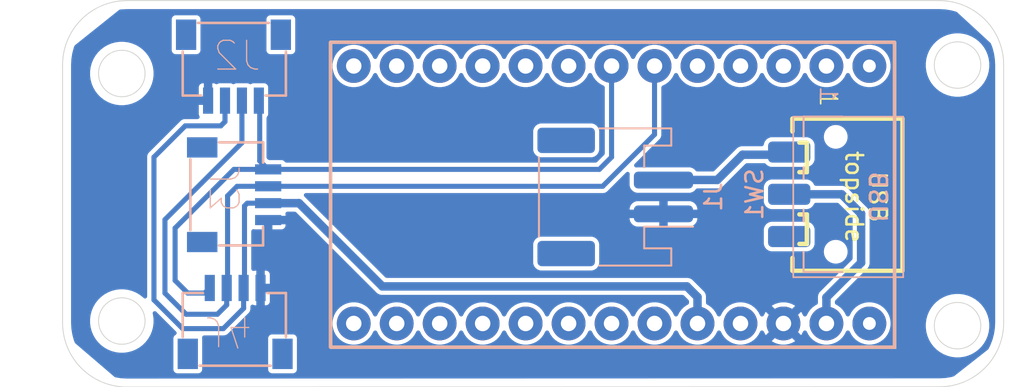
<source format=kicad_pcb>
(kicad_pcb (version 20241229) (generator "pcbnew") (generator_version "9.0")
  (layers (0 "F.Cu" signal) (2 "B.Cu" signal) (13 "F.Paste" user) (15 "B.Paste" user) (5 "F.SilkS" user "F.Silkscreen") (7 "B.SilkS" user "B.Silkscreen") (1 "F.Mask" user) (3 "B.Mask" user) (25 "Edge.Cuts" user))
  (net 0 "")
  (net 1 "/RAW")
  (net 2 "GND")
  (net 3 "/SCL")
  (net 4 "/SDA")
  (net 5 "VCC")
  (net 27 "/rawswitch")
  (footprint "Library:SuperMini NRF52840" (layer "F.Cu") (at 204.989159 79.0554 -90)
    (property "Reference" "U1" (hide yes))
    (property "Value" "Nice! Nano (ProMicro)" (hide yes))
    (fp_line (start 3.11554 4.54755) (end 3.82448 4.54755) (stroke (width 0.254)) (layer "F.SilkS"))
    (fp_line (start 3.11554 4.54755) (end 3.82448 4.54755) (stroke (width 0.254)) (layer "F.SilkS"))
    (fp_line (start 3.82448 4.54755) (end 3.87894 4.54755) (stroke (width 0.254)) (layer "F.SilkS"))
    (fp_line (start 3.82448 4.54755) (end 3.87894 4.54755) (stroke (width 0.254)) (layer "F.SilkS"))
    (fp_line (start 11.36119 4.54755) (end 12.11999 4.54755) (stroke (width 0.254)) (layer "F.SilkS"))
    (fp_line (start 11.36119 4.54755) (end 12.11999 4.54755) (stroke (width 0.254)) (layer "F.SilkS"))
    (fp_line (start 4.53558 3.69469) (end 4.53558 4.13642) (stroke (width 0.254)) (layer "F.SilkS"))
    (fp_line (start 4.53558 3.69469) (end 4.53558 4.13642) (stroke (width 0.254)) (layer "F.SilkS"))
    (fp_line (start 4.53558 3.69469) (end 6.28559 3.69469) (stroke (width 0.254)) (layer "F.SilkS"))
    (fp_line (start 4.53558 3.69469) (end 6.28559 3.69469) (stroke (width 0.254)) (layer "F.SilkS"))
    (fp_line (start 6.28559 3.69469) (end 6.28559 4.13642) (stroke (width 0.254)) (layer "F.SilkS"))
    (fp_line (start 6.28559 3.69469) (end 6.28559 4.13642) (stroke (width 0.254)) (layer "F.SilkS"))
    (fp_line (start 8.78248 3.69256) (end 8.78248 4.13642) (stroke (width 0.254)) (layer "F.SilkS"))
    (fp_line (start 8.78248 3.69256) (end 8.78248 4.13642) (stroke (width 0.254)) (layer "F.SilkS"))
    (fp_line (start 8.78248 3.69256) (end 10.53249 3.69256) (stroke (width 0.254)) (layer "F.SilkS"))
    (fp_line (start 8.78248 3.69256) (end 10.53249 3.69256) (stroke (width 0.254)) (layer "F.SilkS"))
    (fp_line (start 10.53249 3.69256) (end 10.53249 4.1349) (stroke (width 0.254)) (layer "F.SilkS"))
    (fp_line (start 10.53249 3.69256) (end 10.53249 4.1349) (stroke (width 0.254)) (layer "F.SilkS"))
    (fp_line (start 3.12001 -1.95244) (end 3.12001 4.54755) (stroke (width 0.254)) (layer "F.SilkS"))
    (fp_line (start 3.12001 -1.95244) (end 3.12001 4.54755) (stroke (width 0.254)) (layer "F.SilkS"))
    (fp_line (start 3.12001 -1.95244) (end 3.17 -1.95244) (stroke (width 0.254)) (layer "F.SilkS"))
    (fp_line (start 3.12001 -1.95244) (end 3.17 -1.95244) (stroke (width 0.254)) (layer "F.SilkS"))
    (fp_line (start 3.17 -1.95244) (end 12.11999 -1.95244) (stroke (width 0.254)) (layer "F.SilkS"))
    (fp_line (start 12.11999 -1.95244) (end 12.11999 4.54755) (stroke (width 0.254)) (layer "F.SilkS"))
    (fp_rect (start 16.64246 -1.488391) (end -1.402441 31.84999) (stroke (width 0.2)) (fill no) (layer "F.SilkS"))
    (fp_line (start 3 4.5) (end 3 -2) (stroke (width 0.1)) (layer "B.SilkS"))
    (fp_line (start 12.5 4.5) (end 3 4.5) (stroke (width 0.1)) (layer "B.SilkS"))
    (fp_line (start 3 -2) (end 12.5 -2) (stroke (width 0.1)) (layer "B.SilkS"))
    (fp_line (start 12.5 -2) (end 12.5 4.5) (stroke (width 0.1)) (layer "B.SilkS"))
    (fp_rect (start 16.64246 -1.488391) (end -1.402441 31.84999) (stroke (width 0.2)) (fill no) (layer "B.SilkS"))
    (fp_text user "topside" (at 7.75246 1.491609 270) (layer "F.SilkS") (effects (justify bottom)))
    (fp_text user "USB" (at 7.75246 0.091609 270) (layer "F.SilkS") (effects (justify bottom)))
    (fp_text user "1" (at 1.406799 3.007018 270) (layer "F.SilkS") (effects (font (thickness 0.1)) (justify left bottom)))
    (fp_text user "USB" (at 7.75246 0.091609 270) (layer "B.SilkS") (effects (justify bottom mirror)))
    (fp_text user "1" (at 2.1946 3.005995 270) (layer "B.SilkS") (effects (font (thickness 0.1)) (justify left bottom mirror)))
    (pad "1" thru_hole circle (at 0 2.54) (size 2 2) (drill 0.9144) (layers "*.Cu" "*.Mask"))
    (pad "2" thru_hole circle (at 0 5.08) (size 2 2) (drill 0.9144) (layers "*.Cu" "*.Mask"))
    (pad "3" thru_hole circle (at 0 7.62) (size 2 2) (drill 0.9144) (layers "*.Cu" "*.Mask"))
    (pad "4" thru_hole circle (at 0 10.16) (size 2 2) (drill 0.9144) (layers "*.Cu" "*.Mask"))
    (pad "5" thru_hole circle (at 0 12.7) (size 2 2) (drill 0.9144) (layers "*.Cu" "*.Mask") (net 4 "/SDA"))
    (pad "6" thru_hole circle (at 0 15.24) (size 2 2) (drill 0.9144) (layers "*.Cu" "*.Mask") (net 3 "/SCL"))
    (pad "7" thru_hole circle (at 0 17.78) (size 2 2) (drill 0.9144) (layers "*.Cu" "*.Mask"))
    (pad "8" thru_hole circle (at 0 20.32) (size 2 2) (drill 0.9144) (layers "*.Cu" "*.Mask"))
    (pad "9" thru_hole circle (at 0 22.86) (size 2 2) (drill 0.9144) (layers "*.Cu" "*.Mask"))
    (pad "10" thru_hole circle (at 0 25.4) (size 2 2) (drill 0.9144) (layers "*.Cu" "*.Mask"))
    (pad "11" thru_hole circle (at 0 27.94) (size 2 2) (drill 0.9144) (layers "*.Cu" "*.Mask"))
    (pad "12" thru_hole circle (at 0 30.48) (size 2 2) (drill 0.914) (layers "*.Cu" "*.Mask"))
    (pad "13" thru_hole circle (at 15.24001 30.47999 180) (size 2 2) (drill 0.9144) (layers "*.Cu" "*.Mask"))
    (pad "14" thru_hole circle (at 15.24001 27.93999 180) (size 2 2) (drill 0.9144) (layers "*.Cu" "*.Mask"))
    (pad "15" thru_hole circle (at 15.24001 25.39999 180) (size 2 2) (drill 0.9144) (layers "*.Cu" "*.Mask"))
    (pad "16" thru_hole circle (at 15.24001 22.85999 180) (size 2 2) (drill 0.9144) (layers "*.Cu" "*.Mask"))
    (pad "17" thru_hole circle (at 15.24001 20.31999 180) (size 2 2) (drill 0.9144) (layers "*.Cu" "*.Mask"))
    (pad "18" thru_hole circle (at 15.24001 17.77999 180) (size 2 2) (drill 0.9144) (layers "*.Cu" "*.Mask"))
    (pad "19" thru_hole circle (at 15.24001 15.23999 180) (size 2 2) (drill 0.9144) (layers "*.Cu" "*.Mask"))
    (pad "20" thru_hole circle (at 15.24001 12.69999 180) (size 2 2) (drill 0.9144) (layers "*.Cu" "*.Mask"))
    (pad "21" thru_hole circle (at 15.24001 10.15999 180) (size 2 2) (drill 0.9144) (layers "*.Cu" "*.Mask") (net 5 "VCC"))
    (pad "22" thru_hole circle (at 15.24001 7.61999 180) (size 2 2) (drill 0.9144) (layers "*.Cu" "*.Mask"))
    (pad "23" thru_hole circle (at 15.24001 5.07999 180) (size 2 2) (drill 0.9144) (layers "*.Cu" "*.Mask") (net 2 "GND"))
    (pad "24" thru_hole circle (at 15.24001 2.53999 180) (size 2 2) (drill 0.9144) (layers "*.Cu" "*.Mask") (net 1 "/RAW"))
    (pad "33" thru_hole circle (at 0 0) (size 2 2) (drill 0.762) (layers "*.Cu" "*.Mask"))
    (pad "34" thru_hole circle (at 15.24001 -0.00001 180) (size 2 2) (drill 0.762) (layers "*.Cu" "*.Mask"))
  )
  (footprint "footprints:JST_SH4" (layer "B.Cu") (at 167.4 79.1)
    (property "Reference" "J2" (at -1.3 -1.644 0) (layer "B.SilkS") (effects (font (size 1.703222 1.703222) (thickness 0.074778)) (justify right top mirror)))
    (property "Value" "Conn_01x04_Socket" (hide yes))
    (fp_line (start -3 -0.894) (end -3 1.706) (stroke (width 0.1524)) (layer "B.SilkS"))
    (fp_line (start -3 1.706) (end -1.9 1.706) (stroke (width 0.1524)) (layer "B.SilkS"))
    (fp_line (start -2.1 -2.594) (end 2.1 -2.594) (stroke (width 0.1524)) (layer "B.SilkS"))
    (fp_line (start 1.9 1.706) (end 3.1 1.706) (stroke (width 0.1524)) (layer "B.SilkS"))
    (fp_line (start 3.1 1.706) (end 3.1 -0.894) (stroke (width 0.1524)) (layer "B.SilkS"))
    (pad "1" smd rect (at -1.5 2.006 270) (size 1.55 0.6) (layers "B.Cu" "B.Mask" "B.Paste") (net 2 "GND"))
    (pad "2" smd rect (at -0.5 2.006 270) (size 1.55 0.6) (layers "B.Cu" "B.Mask" "B.Paste") (net 5 "VCC"))
    (pad "3" smd rect (at 0.5 2.006 270) (size 1.55 0.6) (layers "B.Cu" "B.Mask" "B.Paste") (net 4 "/SDA"))
    (pad "4" smd rect (at 1.5 2.006 270) (size 1.55 0.6) (layers "B.Cu" "B.Mask" "B.Paste") (net 3 "/SCL"))
    (pad "MT1" smd rect (at -2.8 -1.894 270) (size 1.8 1.2) (layers "B.Cu" "B.Mask" "B.Paste"))
    (pad "MT2" smd rect (at 2.8 -1.894 270) (size 1.8 1.2) (layers "B.Cu" "B.Mask" "B.Paste"))
  )
  (footprint "Button_Switch_SMD:SW_SPDT_CK_JS102011SAQN" (layer "B.Cu") (at 203 86.65 -90)
    (property "Reference" "SW1" (at 0 4.8 90) (layer "B.SilkS") (effects (justify mirror)))
    (property "Value" "SW_SPST" (hide yes))
    (fp_line (start -4.6 1.9) (end -3.4 1.9) (stroke (width 0.12)) (layer "B.SilkS"))
    (fp_line (start -0.9 1.9) (end -1.6 1.9) (stroke (width 0.12)) (layer "B.SilkS"))
    (fp_line (start 1.6 1.9) (end 0.9 1.9) (stroke (width 0.12)) (layer "B.SilkS"))
    (fp_line (start 3.4 1.9) (end 4.6 1.9) (stroke (width 0.12)) (layer "B.SilkS"))
    (fp_line (start 4.6 1.9) (end 4.6 -0.4) (stroke (width 0.12)) (layer "B.SilkS"))
    (fp_line (start -4.6 -0.4) (end -4.6 1.9) (stroke (width 0.12)) (layer "B.SilkS"))
    (pad "" np_thru_hole circle (at -3.4 0 270) (size 0.9 0.9) (drill 0.9) (layers "*.Cu" "*.Mask"))
    (pad "" np_thru_hole circle (at 3.4 0 270) (size 0.9 0.9) (drill 0.9) (layers "*.Cu" "*.Mask"))
    (pad "1" smd roundrect (at -2.5 2.75 270) (size 1.25 2.5) (layers "B.Cu" "B.Mask" "B.Paste") (roundrect_rratio 0.2) (net 27 "/rawswitch"))
    (pad "2" smd roundrect (at 0 2.75 270) (size 1.25 2.5) (layers "B.Cu" "B.Mask" "B.Paste") (roundrect_rratio 0.2) (net 1 "/RAW"))
    (pad "3" smd roundrect (at 2.5 2.75 270) (size 1.25 2.5) (layers "B.Cu" "B.Mask" "B.Paste") (roundrect_rratio 0.2))
  )
  (footprint "footprints:JST_SH4" (layer "B.Cu") (at 167.445692 86.67541 90)
    (property "Reference" "J3" (at -1.15 -1.494 90) (layer "B.SilkS") (effects (font (size 1.703222 1.703222) (thickness 0.074778)) (justify right top mirror)))
    (property "Value" "Conn_01x04_Socket" (hide yes))
    (fp_line (start -2.1 -2.594) (end 2.1 -2.594) (stroke (width 0.1524)) (layer "B.SilkS"))
    (fp_line (start -3 -0.894) (end -3 1.706) (stroke (width 0.1524)) (layer "B.SilkS"))
    (fp_line (start 3.1 1.706) (end 3.1 -0.894) (stroke (width 0.1524)) (layer "B.SilkS"))
    (fp_line (start 1.9 1.706) (end 3.1 1.706) (stroke (width 0.1524)) (layer "B.SilkS"))
    (fp_line (start -3 1.706) (end -1.9 1.706) (stroke (width 0.1524)) (layer "B.SilkS"))
    (pad "1" smd rect (at -1.5 2.006) (size 1.55 0.6) (layers "B.Cu" "B.Mask" "B.Paste") (net 2 "GND"))
    (pad "2" smd rect (at -0.5 2.006) (size 1.55 0.6) (layers "B.Cu" "B.Mask" "B.Paste") (net 5 "VCC"))
    (pad "3" smd rect (at 0.5 2.006) (size 1.55 0.6) (layers "B.Cu" "B.Mask" "B.Paste") (net 4 "/SDA"))
    (pad "4" smd rect (at 1.5 2.006) (size 1.55 0.6) (layers "B.Cu" "B.Mask" "B.Paste") (net 3 "/SCL"))
    (pad "MT1" smd rect (at -2.8 -1.894) (size 1.8 1.2) (layers "B.Cu" "B.Mask" "B.Paste"))
    (pad "MT2" smd rect (at 2.8 -1.894) (size 1.8 1.2) (layers "B.Cu" "B.Mask" "B.Paste"))
  )
  (footprint "footprints:JST_SH4" (layer "B.Cu") (at 167.5 94.2 180)
    (property "Reference" "J4" (at -1.1 -1.544 180) (layer "B.SilkS") (effects (font (size 1.703222 1.703222) (thickness 0.074778)) (justify right top mirror)))
    (property "Value" "Conn_01x04_Socket" (hide yes))
    (fp_line (start 3.1 1.706) (end 3.1 -0.894) (stroke (width 0.1524)) (layer "B.SilkS"))
    (fp_line (start 1.9 1.706) (end 3.1 1.706) (stroke (width 0.1524)) (layer "B.SilkS"))
    (fp_line (start -2.1 -2.594) (end 2.1 -2.594) (stroke (width 0.1524)) (layer "B.SilkS"))
    (fp_line (start -3 1.706) (end -1.9 1.706) (stroke (width 0.1524)) (layer "B.SilkS"))
    (fp_line (start -3 -0.894) (end -3 1.706) (stroke (width 0.1524)) (layer "B.SilkS"))
    (pad "1" smd rect (at -1.5 2.006 90) (size 1.55 0.6) (layers "B.Cu" "B.Mask" "B.Paste") (net 2 "GND"))
    (pad "2" smd rect (at -0.5 2.006 90) (size 1.55 0.6) (layers "B.Cu" "B.Mask" "B.Paste") (net 5 "VCC"))
    (pad "3" smd rect (at 0.5 2.006 90) (size 1.55 0.6) (layers "B.Cu" "B.Mask" "B.Paste") (net 4 "/SDA"))
    (pad "4" smd rect (at 1.5 2.006 90) (size 1.55 0.6) (layers "B.Cu" "B.Mask" "B.Paste") (net 3 "/SCL"))
    (pad "MT1" smd rect (at -2.8 -1.894 90) (size 1.8 1.2) (layers "B.Cu" "B.Mask" "B.Paste"))
    (pad "MT2" smd rect (at 2.8 -1.894 90) (size 1.8 1.2) (layers "B.Cu" "B.Mask" "B.Paste"))
  )
  (footprint "Connector_JST:JST_PH_S2B-PH-SM4-TB_1x02-1MP_P2.00mm_Horizontal" (layer "B.Cu") (at 189.96755 86.80786 90)
    (property "Reference" "J1" (at 0 5.8 90) (layer "B.SilkS") (effects (justify mirror)))
    (property "Value" "Conn_01x02_Socket" (hide yes))
    (fp_line (start -2.34 -4.51) (end 2.34 -4.51) (stroke (width 0.12)) (layer "B.SilkS"))
    (fp_line (start 4.06 -0.94) (end 4.06 3.31) (stroke (width 0.12)) (layer "B.SilkS"))
    (fp_line (start -4.06 -0.94) (end -4.06 3.31) (stroke (width 0.12)) (layer "B.SilkS"))
    (fp_line (start 3.04 1.71) (end 1.76 1.71) (stroke (width 0.12)) (layer "B.SilkS"))
    (fp_line (start -1.76 1.71) (end -1.76 4.6) (stroke (width 0.12)) (layer "B.SilkS"))
    (fp_line (start -3.04 1.71) (end -1.76 1.71) (stroke (width 0.12)) (layer "B.SilkS"))
    (fp_line (start 4.06 3.31) (end 3.04 3.31) (stroke (width 0.12)) (layer "B.SilkS"))
    (fp_line (start 3.04 3.31) (end 3.04 1.71) (stroke (width 0.12)) (layer "B.SilkS"))
    (fp_line (start -3.04 3.31) (end -3.04 1.71) (stroke (width 0.12)) (layer "B.SilkS"))
    (fp_line (start -4.06 3.31) (end -3.04 3.31) (stroke (width 0.12)) (layer "B.SilkS"))
    (pad "1" smd roundrect (at -1 2.85 90) (size 1 3.5) (layers "B.Cu" "B.Mask" "B.Paste") (net 2 "GND"))
    (pad "2" smd roundrect (at 1 2.85 90) (size 1 3.5) (layers "B.Cu" "B.Mask" "B.Paste") (net 27 "/rawswitch"))
    (pad "MP" smd roundrect (at -3.35 -2.9 90) (size 1.5 3.4) (layers "B.Cu" "B.Mask" "B.Paste") (roundrect_rratio 0.166667))
    (pad "MP" smd roundrect (at 3.35 -2.9 90) (size 1.5 3.4) (layers "B.Cu" "B.Mask" "B.Paste") (roundrect_rratio 0.166667))
  )
  (gr_circle (center 210.2 79) (end 210.2 77.625) (stroke (width 0.05)) (fill no) (layer "Edge.Cuts"))
  (gr_line (start 209.125988 98.043487) (end 161.1 98.056497) (stroke (width 0.05)) (layer "Edge.Cuts"))
  (gr_circle (center 210.2 94.425) (end 210.2 93.05) (stroke (width 0.05)) (fill no) (layer "Edge.Cuts"))
  (gr_arc (start 212.925988 94.243503) (mid 211.812994 96.930509) (end 209.125988 98.043503) (stroke (width 0.05)) (layer "Edge.Cuts"))
  (gr_circle (center 160.8 79.5) (end 160.8 78.125) (stroke (width 0.05)) (fill no) (layer "Edge.Cuts"))
  (gr_arc (start 209.125988 75.187006) (mid 211.812994 76.3) (end 212.925988 78.987006) (stroke (width 0.05)) (layer "Edge.Cuts"))
  (gr_line (start 161.106752 75.187006) (end 209.125988 75.187006) (stroke (width 0.05)) (layer "Edge.Cuts"))
  (gr_circle (center 160.8 94.15) (end 160.8 92.775) (stroke (width 0.05)) (fill no) (layer "Edge.Cuts"))
  (gr_line (start 212.925988 94.2435) (end 212.925988 78.987006) (stroke (width 0.05)) (layer "Edge.Cuts"))
  (gr_line (start 157.3 78.987) (end 157.3 94.256497) (stroke (width 0.05)) (layer "Edge.Cuts"))
  (gr_arc (start 161.1 98.056497) (mid 158.412994 96.943503) (end 157.3 94.256497) (stroke (width 0.05)) (layer "Edge.Cuts"))
  (gr_arc (start 157.3 78.987006) (mid 158.412994 76.3) (end 161.1 75.187006) (stroke (width 0.05)) (layer "Edge.Cuts"))
  (segment (start 204.5 87.8) (end 203.35 86.65) (width 0.5) (layer "B.Cu") (net 1))
  (segment (start 202.449169 94.29541) (end 202.449169 92.750831) (width 0.5) (layer "B.Cu") (net 1))
  (segment (start 204.5 90.7) (end 204.5 87.8) (width 0.5) (layer "B.Cu") (net 1))
  (segment (start 203.35 86.65) (end 200.25 86.65) (width 0.5) (layer "B.Cu") (net 1))
  (segment (start 202.449169 92.750831) (end 204.5 90.7) (width 0.5) (layer "B.Cu") (net 1))
  (segment (start 168.9 81.106) (end 168.951692 81.157692) (width 0.3) (layer "B.Cu") (net 3))
  (segment (start 164.694 92.494) (end 163.95 91.75) (width 0.3) (layer "B.Cu") (net 3))
  (segment (start 168.951692 81.157692) (end 168.951692 84.67541) (width 0.3) (layer "B.Cu") (net 3))
  (segment (start 165.7 92.494) (end 164.694 92.494) (width 0.3) (layer "B.Cu") (net 3))
  (segment (start 166 92.194) (end 165.7 92.494) (width 0.3) (layer "B.Cu") (net 3))
  (segment (start 167.42459 85.17541) (end 169.451692 85.17541) (width 0.3) (layer "B.Cu") (net 3))
  (segment (start 169.451692 85.17541) (end 189.02459 85.17541) (width 0.3) (layer "B.Cu") (net 3))
  (segment (start 163.95 91.75) (end 163.95 88.65) (width 0.3) (layer "B.Cu") (net 3))
  (segment (start 189.02459 85.17541) (end 189.749159 84.450841) (width 0.3) (layer "B.Cu") (net 3))
  (segment (start 168.951692 84.67541) (end 169.451692 85.17541) (width 0.3) (layer "B.Cu") (net 3))
  (segment (start 189.749159 84.450841) (end 189.749159 79.0554) (width 0.3) (layer "B.Cu") (net 3))
  (segment (start 163.95 88.65) (end 167.42459 85.17541) (width 0.3) (layer "B.Cu") (net 3))
  (segment (start 167.051692 92.142308) (end 167.051692 86.74031) (width 0.3) (layer "B.Cu") (net 4))
  (segment (start 164.6 93.75) (end 163.35 92.5) (width 0.3) (layer "B.Cu") (net 4))
  (segment (start 169.451692 86.17541) (end 189.22459 86.17541) (width 0.3) (layer "B.Cu") (net 4))
  (segment (start 189.22459 86.17541) (end 192.289159 83.110841) (width 0.3) (layer "B.Cu") (net 4))
  (segment (start 167 92.194) (end 167 93.2) (width 0.3) (layer "B.Cu") (net 4))
  (segment (start 167.051692 86.74031) (end 167.616592 86.17541) (width 0.3) (layer "B.Cu") (net 4))
  (segment (start 167.616592 86.17541) (end 169.451692 86.17541) (width 0.3) (layer "B.Cu") (net 4))
  (segment (start 167.9 83.6) (end 167.9 81.106) (width 0.3) (layer "B.Cu") (net 4))
  (segment (start 167 93.2) (end 166.45 93.75) (width 0.3) (layer "B.Cu") (net 4))
  (segment (start 166.45 93.75) (end 164.6 93.75) (width 0.3) (layer "B.Cu") (net 4))
  (segment (start 167 92.194) (end 167.051692 92.142308) (width 0.3) (layer "B.Cu") (net 4))
  (segment (start 163.35 92.5) (end 163.35 88.15) (width 0.3) (layer "B.Cu") (net 4))
  (segment (start 163.35 88.15) (end 167.9 83.6) (width 0.3) (layer "B.Cu") (net 4))
  (segment (start 192.289159 83.110841) (end 192.289159 79.0554) (width 0.3) (layer "B.Cu") (net 4))
  (segment (start 162.7 92.9) (end 162.7 84.45) (width 0.3) (layer "B.Cu") (net 5))
  (segment (start 168.216592 87.17541) (end 169.451692 87.17541) (width 0.3) (layer "B.Cu") (net 5))
  (segment (start 168 93.4) (end 166.8 94.6) (width 0.3) (layer "B.Cu") (net 5))
  (segment (start 162.7 84.45) (end 164.55 82.6) (width 0.3) (layer "B.Cu") (net 5))
  (segment (start 168.051692 92.142308) (end 168.051692 87.34031) (width 0.3) (layer "B.Cu") (net 5))
  (segment (start 166.8 94.6) (end 164.4 94.6) (width 0.3) (layer "B.Cu") (net 5))
  (segment (start 194.829169 92.729169) (end 194.2 92.1) (width 0.5) (layer "B.Cu") (net 5))
  (segment (start 164.55 82.6) (end 166.65 82.6) (width 0.3) (layer "B.Cu") (net 5))
  (segment (start 166.65 82.6) (end 166.9 82.35) (width 0.3) (layer "B.Cu") (net 5))
  (segment (start 194.829169 94.29541) (end 194.829169 92.729169) (width 0.5) (layer "B.Cu") (net 5))
  (segment (start 168 92.194) (end 168.051692 92.142308) (width 0.3) (layer "B.Cu") (net 5))
  (segment (start 166.9 82.35) (end 166.9 81.106) (width 0.3) (layer "B.Cu") (net 5))
  (segment (start 164.4 94.6) (end 162.7 92.9) (width 0.3) (layer "B.Cu") (net 5))
  (segment (start 171.27459 87.17541) (end 169.451692 87.17541) (width 0.5) (layer "B.Cu") (net 5))
  (segment (start 176.19918 92.1) (end 171.27459 87.17541) (width 0.5) (layer "B.Cu") (net 5))
  (segment (start 168.051692 87.34031) (end 168.216592 87.17541) (width 0.3) (layer "B.Cu") (net 5))
  (segment (start 168 92.194) (end 168 93.4) (width 0.3) (layer "B.Cu") (net 5))
  (segment (start 194.2 92.1) (end 176.19918 92.1) (width 0.5) (layer "B.Cu") (net 5))
  (segment (start 197.49214 84.30786) (end 196 85.8) (width 0.5) (layer "B.Cu") (net 27))
  (segment (start 200.09214 84.30786) (end 197.49214 84.30786) (width 0.5) (layer "B.Cu") (net 27))
  (segment (start 200.25 84.15) (end 200.09214 84.30786) (width 0.5) (layer "B.Cu") (net 27))
  (segment (start 192.82541 85.8) (end 192.81755 85.80786) (width 0.5) (layer "B.Cu") (net 27))
  (segment (start 196 85.8) (end 192.82541 85.8) (width 0.5) (layer "B.Cu") (net 27))
  (zone (net 2) (net_name "GND") (layer "B.Cu") (connect_pads (clearance 0.25)) (min_thickness 0.25) (fill yes (thermal_gap 0.25) (thermal_bridge_width 0.5))
    (polygon (pts (xy 161.25 75.25) (xy 209.5 75.25) (xy 212.75 78.25) (xy 212.75 95.25) (xy 209.25 98) (xy 161 98) (xy 157.5 95) (xy 157.5 78.25)))
  )
)
</source>
